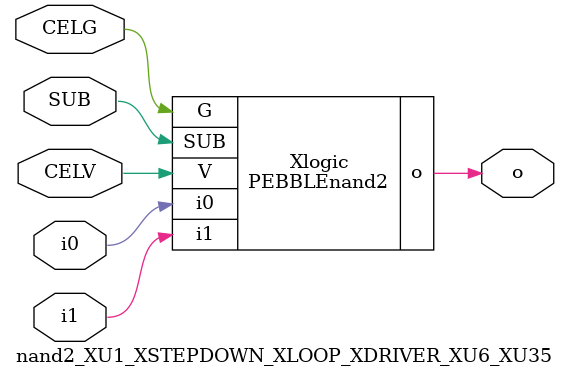
<source format=v>



module PEBBLEnand2 ( o, G, SUB, V, i0, i1 );

  input i0;
  input V;
  input i1;
  input G;
  output o;
  input SUB;
endmodule

//Celera Confidential Do Not Copy nand2_XU1_XSTEPDOWN_XLOOP_XDRIVER_XU6_XU35
//Celera Confidential Symbol Generator
//5V NAND2
module nand2_XU1_XSTEPDOWN_XLOOP_XDRIVER_XU6_XU35 (CELV,CELG,i0,i1,o,SUB);
input CELV;
input CELG;
input i0;
input i1;
input SUB;
output o;

//Celera Confidential Do Not Copy nand2
PEBBLEnand2 Xlogic(
.V (CELV),
.i0 (i0),
.i1 (i1),
.o (o),
.SUB (SUB),
.G (CELG)
);
//,diesize,PEBBLEnand2

//Celera Confidential Do Not Copy Module End
//Celera Schematic Generator
endmodule

</source>
